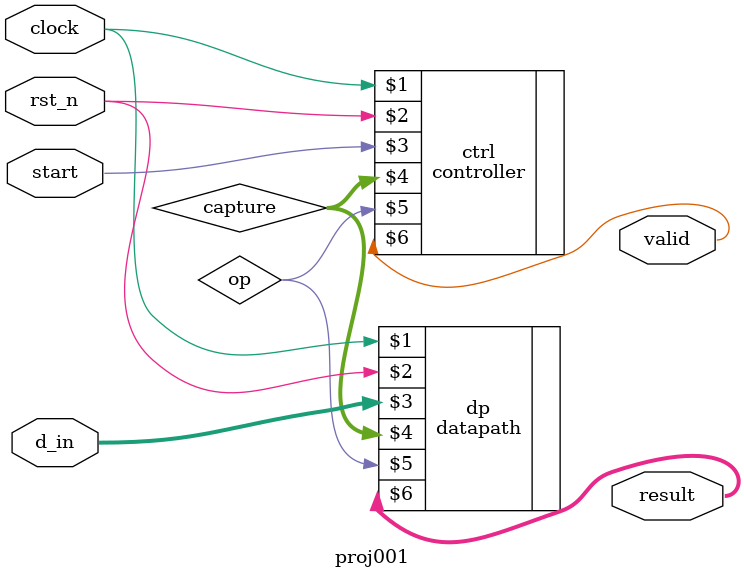
<source format=v>
module proj001 (
  input clock, rst_n,
  input [3:0] d_in,
  input start,
  output [4:0] result,
  output valid
);

  wire [2:0] capture;
  wire op;

  datapath dp ( clock, rst_n, d_in, capture, op, result );
  controller ctrl (clock, rst_n, start, capture, op, valid );

endmodule

</source>
